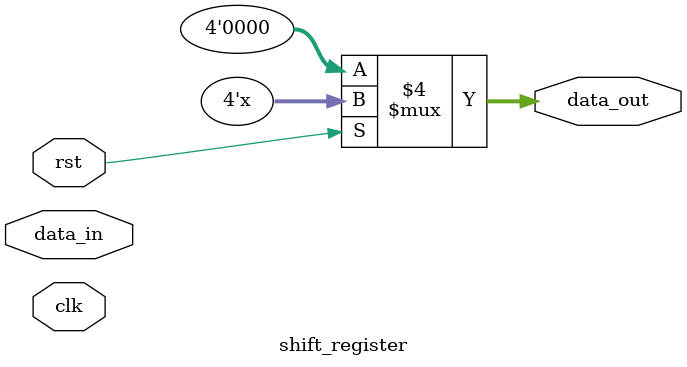
<source format=v>
module shift_register (
    input clk,
    input data_in,
    input rst,
    output reg [SG_width-1:0] data_out
);
    parameter SG_width =4;
    always @(clk) begin
        if (!rst) begin
            data_out=4'b0000;
        end else begin
            data_out<={data_out[SG_width-2:0],data_out[SG_width-1]};
        end
    end
endmodule
</source>
